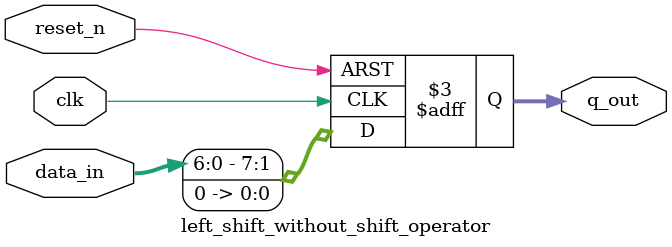
<source format=v>
`timescale 1ns / 1ps


module left_shift_without_shift_operator(
input clk,
input [7:0] data_in,
input reset_n,
output reg [7:0] q_out
);
always @(posedge clk, negedge reset_n)
begin
if(!reset_n)
begin
q_out <= 'b0;
end
else 
begin
 q_out <= {data_in[6:0],1'b0};
end
end
endmodule


</source>
